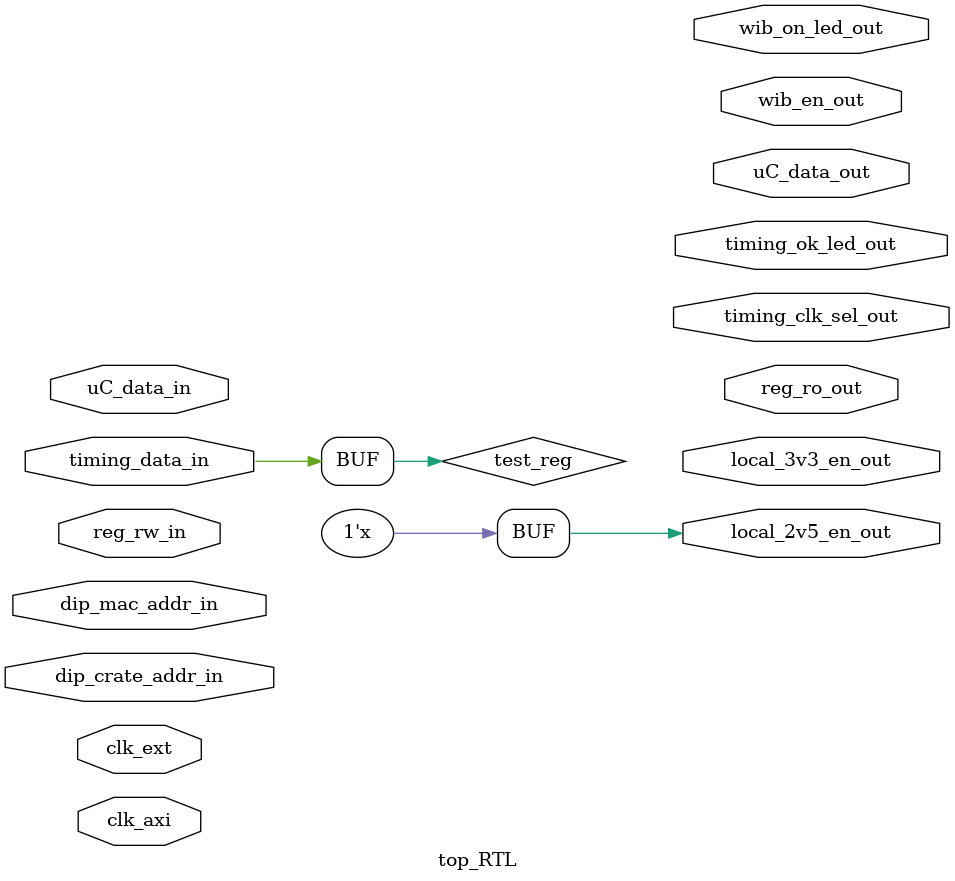
<source format=v>
`timescale 1ns / 1ps


module top_RTL(
    input               clk_axi,
    input               clk_ext,
    input   [64*32-1:0] reg_rw_in,
    input               timing_data_in,
    input   [7:0]       dip_mac_addr_in,
    input   [7:0]       dip_crate_addr_in,
    input   [7:0]       uC_data_in,
    
    output reg             timing_ok_led_out,
    output reg [5:0]       wib_en_out,
    output reg [5:0]       wib_on_led_out,
    output reg             local_2v5_en_out,
    output reg             local_3v3_en_out,
    output reg             timing_clk_sel_out,
    output reg [7:0]       uC_data_out,
    output reg [64*32-1:0] reg_ro_out          
    );
    
    /* test code ...
    wire    [64*32-1:0] net0;
    wire                net1;
    wire    [7:0]       net2, net3, net4;
    
    IBUF ibuf0 (.I(reg_rw_in), .O(net0));
    IBUF ibuf1 (.I(timing_data_in), .O(net1));
    IBUF ibuf2 (.I(dip_mac_addr_in), .O(net2));
    IBUF ibuf3 (.I(dip_crate_addr_i), .O(net3));
    IBUF ibuf4 (.I(uC_data_in), .O(net4));
    */
    
    reg test_reg;
    always @ (clk_axi) begin
        test_reg <= timing_data_in;
        local_2v5_en_out <= test_reg;
    end
    
endmodule

</source>
